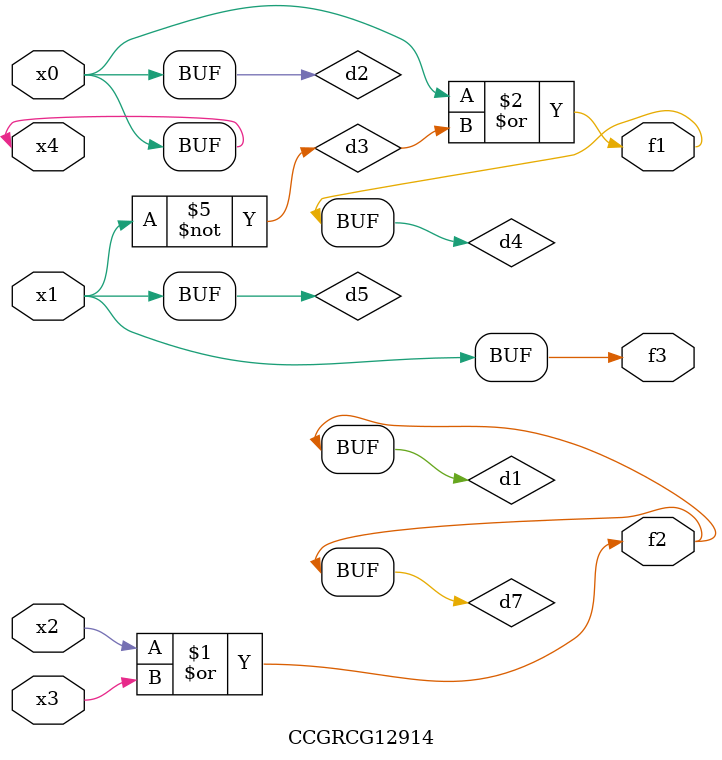
<source format=v>
module CCGRCG12914(
	input x0, x1, x2, x3, x4,
	output f1, f2, f3
);

	wire d1, d2, d3, d4, d5, d6, d7;

	or (d1, x2, x3);
	buf (d2, x0, x4);
	not (d3, x1);
	or (d4, d2, d3);
	not (d5, d3);
	nand (d6, d1, d3);
	or (d7, d1);
	assign f1 = d4;
	assign f2 = d7;
	assign f3 = d5;
endmodule

</source>
